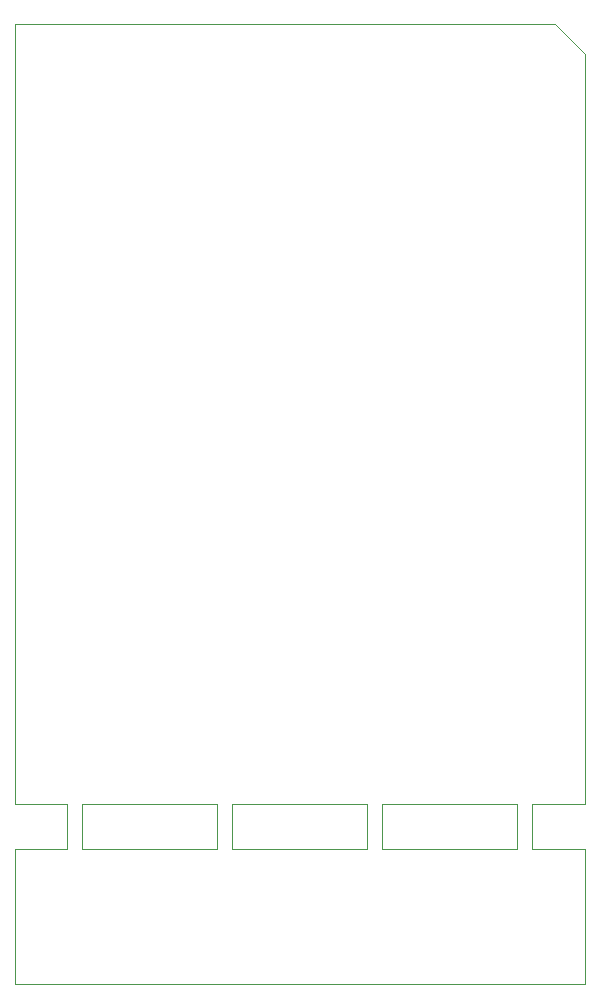
<source format=gm1>
%TF.GenerationSoftware,KiCad,Pcbnew,(5.1.9)-1*%
%TF.CreationDate,2021-07-31T20:38:11+08:00*%
%TF.ProjectId,Interposer486_3v,496e7465-7270-46f7-9365-723438365f33,rev?*%
%TF.SameCoordinates,Original*%
%TF.FileFunction,Profile,NP*%
%FSLAX46Y46*%
G04 Gerber Fmt 4.6, Leading zero omitted, Abs format (unit mm)*
G04 Created by KiCad (PCBNEW (5.1.9)-1) date 2021-07-31 20:38:11*
%MOMM*%
%LPD*%
G01*
G04 APERTURE LIST*
%TA.AperFunction,Profile*%
%ADD10C,0.050000*%
%TD*%
G04 APERTURE END LIST*
D10*
X137795000Y-114300000D02*
X137160000Y-114300000D01*
X137795000Y-110490000D02*
X137795000Y-114300000D01*
X137160000Y-110490000D02*
X137795000Y-110490000D01*
X139065000Y-110490000D02*
X139700000Y-110490000D01*
X139065000Y-114300000D02*
X139065000Y-110490000D01*
X139700000Y-114300000D02*
X139065000Y-114300000D01*
X150495000Y-114300000D02*
X149860000Y-114300000D01*
X150495000Y-110490000D02*
X150495000Y-114300000D01*
X149860000Y-110490000D02*
X150495000Y-110490000D01*
X151765000Y-110490000D02*
X152400000Y-110490000D01*
X151765000Y-114300000D02*
X151765000Y-110490000D01*
X152400000Y-114300000D02*
X151765000Y-114300000D01*
X163195000Y-114300000D02*
X162560000Y-114300000D01*
X163195000Y-110490000D02*
X163195000Y-114300000D01*
X162560000Y-110490000D02*
X163195000Y-110490000D01*
X164465000Y-110490000D02*
X165100000Y-110490000D01*
X164465000Y-114300000D02*
X164465000Y-110490000D01*
X165100000Y-114300000D02*
X164465000Y-114300000D01*
X175895000Y-114300000D02*
X175260000Y-114300000D01*
X175895000Y-110490000D02*
X175895000Y-114300000D01*
X175260000Y-110490000D02*
X175895000Y-110490000D01*
X177165000Y-114300000D02*
X177800000Y-114300000D01*
X177165000Y-110490000D02*
X177165000Y-114300000D01*
X177800000Y-110490000D02*
X177165000Y-110490000D01*
X181610000Y-46990000D02*
X181610000Y-110490000D01*
X179070000Y-44450000D02*
X133350000Y-44450000D01*
X181610000Y-46990000D02*
X179070000Y-44450000D01*
X133350000Y-125730000D02*
X133350000Y-114300000D01*
X181610000Y-125730000D02*
X133350000Y-125730000D01*
X181610000Y-114300000D02*
X181610000Y-125730000D01*
X137160000Y-114300000D02*
X133350000Y-114300000D01*
X149860000Y-114300000D02*
X139700000Y-114300000D01*
X162560000Y-114300000D02*
X152400000Y-114300000D01*
X175260000Y-114300000D02*
X165100000Y-114300000D01*
X177800000Y-114300000D02*
X181610000Y-114300000D01*
X177800000Y-110490000D02*
X181610000Y-110490000D01*
X165100000Y-110490000D02*
X175260000Y-110490000D01*
X152400000Y-110490000D02*
X162560000Y-110490000D01*
X139700000Y-110490000D02*
X149860000Y-110490000D01*
X137160000Y-110490000D02*
X133350000Y-110490000D01*
X133350000Y-44450000D02*
X133350000Y-58420000D01*
X133350000Y-58420000D02*
X133350000Y-110490000D01*
M02*

</source>
